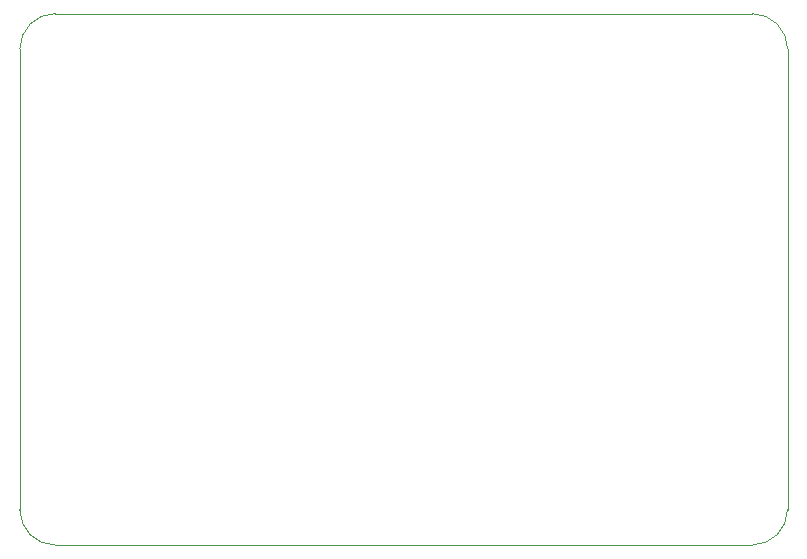
<source format=gbr>
G04 #@! TF.GenerationSoftware,KiCad,Pcbnew,7.0.9*
G04 #@! TF.CreationDate,2024-02-12T17:54:23+00:00*
G04 #@! TF.ProjectId,Radio HAT,52616469-6f20-4484-9154-2e6b69636164,v2*
G04 #@! TF.SameCoordinates,Original*
G04 #@! TF.FileFunction,Profile,NP*
%FSLAX46Y46*%
G04 Gerber Fmt 4.6, Leading zero omitted, Abs format (unit mm)*
G04 Created by KiCad (PCBNEW 7.0.9) date 2024-02-12 17:54:23*
%MOMM*%
%LPD*%
G01*
G04 APERTURE LIST*
G04 #@! TA.AperFunction,Profile*
%ADD10C,0.100000*%
G04 #@! TD*
G04 APERTURE END LIST*
D10*
X167786048Y-103000000D02*
X167786048Y-137000000D01*
X167786100Y-103000000D02*
G75*
G03*
X164786048Y-100000000I-2999900J100D01*
G01*
X102786048Y-103000000D02*
X102786048Y-137000000D01*
X105786048Y-99999948D02*
G75*
G03*
X102786048Y-103000000I152J-3000152D01*
G01*
X164786048Y-145000000D02*
X105786048Y-145000000D01*
X102786048Y-137000000D02*
X102786048Y-142000000D01*
X102786100Y-142000000D02*
G75*
G03*
X105786048Y-145000000I3000100J100D01*
G01*
X167786048Y-137000000D02*
X167786048Y-142000000D01*
X105786048Y-100000000D02*
X164786048Y-100000000D01*
X164786048Y-144999948D02*
G75*
G03*
X167786048Y-142000000I152J2999848D01*
G01*
M02*

</source>
